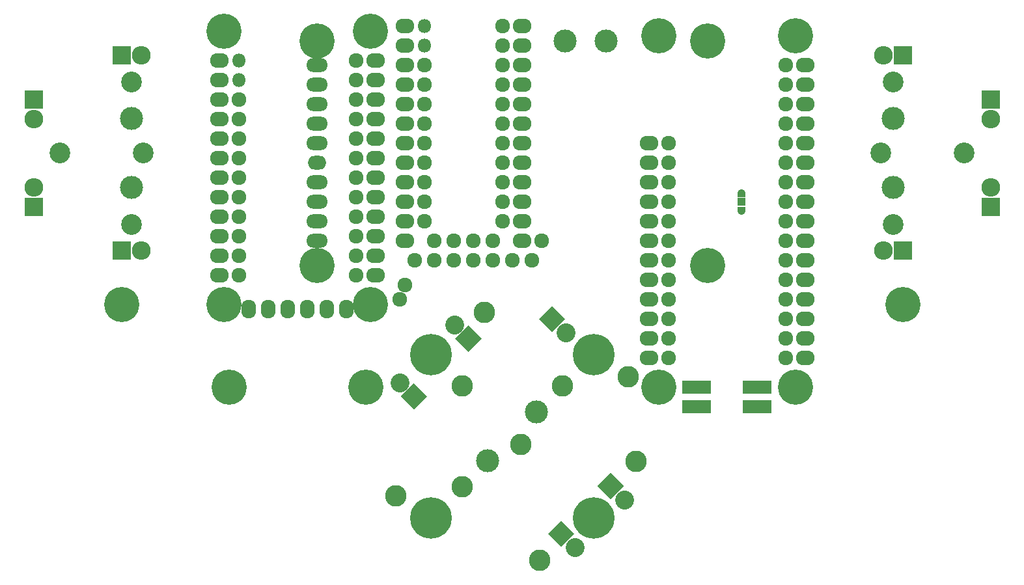
<source format=gts>
%TF.GenerationSoftware,KiCad,Pcbnew,4.1.0-alpha+201609021633+7109~49~ubuntu16.04.1-product*%
%TF.CreationDate,2016-09-14T14:42:10+05:30*%
%TF.ProjectId,OTS2_main,4F5453325F6D61696E2E6B696361645F,rev?*%
%TF.FileFunction,Soldermask,Top*%
%FSLAX46Y46*%
G04 Gerber Fmt 4.6, Leading zero omitted, Abs format (unit mm)*
G04 Created by KiCad (PCBNEW 4.1.0-alpha+201609021633+7109~49~ubuntu16.04.1-product) date Wed Sep 14 14:42:10 2016*
%MOMM*%
%LPD*%
G01*
G04 APERTURE LIST*
%ADD10C,0.101600*%
%ADD11C,2.800000*%
%ADD12C,5.400000*%
%ADD13C,3.000000*%
%ADD14R,3.702000X1.670000*%
%ADD15O,2.813000X1.797000*%
%ADD16O,2.432000X1.797000*%
%ADD17C,4.572000*%
%ADD18O,2.432000X1.924000*%
%ADD19C,1.924000*%
%ADD20O,1.924000X2.432000*%
%ADD21O,1.924000X1.924000*%
%ADD22O,1.797000X1.797000*%
%ADD23C,2.700000*%
%ADD24C,1.052400*%
%ADD25R,1.052400X0.552400*%
%ADD26R,1.052400X1.052400*%
%ADD27C,2.432000*%
%ADD28R,2.432000X2.432000*%
%ADD29O,2.432000X2.432000*%
G04 APERTURE END LIST*
D10*
D11*
X93185158Y-78580158D03*
D12*
X81468398Y-66863398D03*
D11*
X85527191Y-84017809D03*
D12*
X102681602Y-88076602D03*
D11*
X98622809Y-70922191D03*
D12*
X81468398Y-88076602D03*
X102681602Y-66863398D03*
D13*
X88893019Y-80651981D03*
X95256981Y-74288019D03*
D11*
X76971199Y-85219890D03*
X85527191Y-70922191D03*
X88468755Y-61319681D03*
X95681245Y-93620319D03*
X108154608Y-80722691D03*
X107178801Y-69720110D03*
D14*
X123952000Y-73660000D03*
X123952000Y-71120000D03*
X116078000Y-71120000D03*
X116078000Y-73660000D03*
D15*
X66675000Y-29210000D03*
X66675000Y-31750000D03*
X66675000Y-34290000D03*
X66675000Y-36830000D03*
X66675000Y-39370000D03*
D16*
X66675000Y-41910000D03*
D15*
X66675000Y-44450000D03*
X66675000Y-46990000D03*
X66675000Y-49530000D03*
X66675000Y-52070000D03*
D17*
X66675000Y-55245000D03*
X117475000Y-55245000D03*
X117475000Y-26035000D03*
X66675000Y-26035000D03*
D18*
X109855000Y-67310000D03*
X109855000Y-64770000D03*
X109855000Y-62230000D03*
X109855000Y-59690000D03*
X109855000Y-57150000D03*
X109855000Y-54610000D03*
X109855000Y-52070000D03*
X109855000Y-49530000D03*
X109855000Y-46990000D03*
X109855000Y-44450000D03*
X109855000Y-41910000D03*
X109855000Y-39370000D03*
X130175000Y-29210000D03*
X130175000Y-31750000D03*
X130175000Y-34290000D03*
X130175000Y-36830000D03*
X130175000Y-39370000D03*
X130175000Y-41910000D03*
X130175000Y-44450000D03*
X130175000Y-46990000D03*
X130175000Y-49530000D03*
X130175000Y-52070000D03*
X130175000Y-54610000D03*
X130175000Y-57150000D03*
X130175000Y-59690000D03*
X130175000Y-62230000D03*
X130175000Y-64770000D03*
X130175000Y-67310000D03*
D17*
X111125000Y-25400000D03*
X128905000Y-25400000D03*
D19*
X112395000Y-67310000D03*
X112395000Y-64770000D03*
X112395000Y-62230000D03*
X112395000Y-59690000D03*
X112395000Y-57150000D03*
X112395000Y-54610000D03*
X112395000Y-52070000D03*
X112395000Y-49530000D03*
X112395000Y-46990000D03*
X112395000Y-44450000D03*
X112395000Y-41910000D03*
X112395000Y-39370000D03*
X127635000Y-29210000D03*
X127635000Y-31750000D03*
X127635000Y-34290000D03*
X127635000Y-36830000D03*
X127635000Y-39370000D03*
X127635000Y-41910000D03*
X127635000Y-44450000D03*
X127635000Y-46990000D03*
X127635000Y-49530000D03*
X127635000Y-52070000D03*
X127635000Y-54610000D03*
X127635000Y-57150000D03*
X127635000Y-59690000D03*
X127635000Y-62230000D03*
X127635000Y-64770000D03*
X127635000Y-67310000D03*
D17*
X111125000Y-71120000D03*
X128905000Y-71120000D03*
D18*
X74295000Y-28575000D03*
X74295000Y-31115000D03*
X74295000Y-33655000D03*
X74295000Y-36195000D03*
X74295000Y-38735000D03*
X74295000Y-41275000D03*
X74295000Y-43815000D03*
X74295000Y-46355000D03*
X74295000Y-48895000D03*
X74295000Y-51435000D03*
X74295000Y-53975000D03*
X74295000Y-56515000D03*
D20*
X70485000Y-60960000D03*
X67945000Y-60960000D03*
X65405000Y-60960000D03*
X62865000Y-60960000D03*
X60325000Y-60960000D03*
X57785000Y-60960000D03*
D18*
X53975000Y-56515000D03*
X53975000Y-53975000D03*
X53975000Y-51435000D03*
X53975000Y-48895000D03*
X53975000Y-46355000D03*
X53975000Y-43815000D03*
X53975000Y-41275000D03*
X53975000Y-38735000D03*
X53975000Y-36195000D03*
X53975000Y-33655000D03*
X53975000Y-31115000D03*
X53975000Y-28575000D03*
D17*
X73660000Y-60325000D03*
X54610000Y-60325000D03*
X54610000Y-24765000D03*
X73660000Y-24765000D03*
D21*
X71755000Y-28575000D03*
X71755000Y-31115000D03*
X71755000Y-33655000D03*
X71755000Y-36195000D03*
X71755000Y-38735000D03*
X71755000Y-41275000D03*
X71755000Y-43815000D03*
X71755000Y-46355000D03*
X71755000Y-48895000D03*
X71755000Y-51435000D03*
X71755000Y-53975000D03*
X71755000Y-56515000D03*
X56515000Y-56515000D03*
X56515000Y-53975000D03*
X56515000Y-51435000D03*
X56515000Y-48895000D03*
X56515000Y-46355000D03*
X56515000Y-43815000D03*
X56515000Y-41275000D03*
X56515000Y-38735000D03*
X56515000Y-36195000D03*
X56515000Y-33655000D03*
D22*
X56515000Y-31115000D03*
X56515000Y-28575000D03*
D17*
X73025000Y-71120000D03*
X55245000Y-71120000D03*
X142875000Y-60325000D03*
X41275000Y-60325000D03*
D23*
X44115000Y-40640000D03*
D13*
X42545000Y-36140000D03*
D23*
X42545000Y-31380000D03*
D13*
X42545000Y-45140000D03*
D23*
X42545000Y-49900000D03*
X33285000Y-40640000D03*
X140035000Y-40640000D03*
D13*
X141605000Y-45140000D03*
D23*
X141605000Y-49900000D03*
D13*
X141605000Y-36140000D03*
D23*
X141605000Y-31380000D03*
X150865000Y-40640000D03*
D18*
X93345000Y-24130000D03*
X93345000Y-26670000D03*
X93345000Y-29210000D03*
X93345000Y-31750000D03*
X93345000Y-34290000D03*
X93345000Y-36830000D03*
X93345000Y-39370000D03*
X93345000Y-41910000D03*
X93345000Y-44450000D03*
X93345000Y-46990000D03*
X93345000Y-49530000D03*
X93345000Y-52070000D03*
D21*
X92075000Y-54610000D03*
X89535000Y-54610000D03*
X86995000Y-54610000D03*
X84455000Y-54610000D03*
X81915000Y-54610000D03*
X79375000Y-54610000D03*
D18*
X78105000Y-52069999D03*
X78105000Y-49530000D03*
X78105000Y-46990000D03*
X78105000Y-44450000D03*
X78105000Y-41910000D03*
X78105000Y-39370000D03*
X78105000Y-36830000D03*
X78105000Y-34290000D03*
X78105000Y-31750000D03*
X78105000Y-29210000D03*
X78105000Y-26670000D03*
X78105000Y-24130000D03*
D21*
X90805000Y-24130000D03*
X90805000Y-26670000D03*
X90805000Y-29210000D03*
X90805000Y-31750000D03*
X90805000Y-34290000D03*
X90805000Y-36830000D03*
X90805000Y-39370000D03*
X90805000Y-41910000D03*
X90805000Y-44450000D03*
X90805000Y-46990000D03*
X90805000Y-49530000D03*
X95885000Y-52070000D03*
X94615000Y-54610000D03*
X89535000Y-52070000D03*
X86995000Y-52070000D03*
X84455000Y-52070000D03*
X81915000Y-52070000D03*
X80645000Y-49530000D03*
X78105000Y-57785000D03*
X77470000Y-59690000D03*
X80645000Y-46990000D03*
X80645000Y-44450000D03*
X80645000Y-41910000D03*
X80645000Y-39370000D03*
X80645000Y-36830000D03*
X80645000Y-34290000D03*
X80645000Y-31750000D03*
X80645000Y-29210000D03*
D22*
X80645000Y-26670000D03*
X80645000Y-24130000D03*
D13*
X98950000Y-26035000D03*
X104250000Y-26035000D03*
D24*
X121920000Y-45840000D03*
D25*
X121920000Y-47890000D03*
X121920000Y-46090000D03*
D24*
X121920000Y-48140000D03*
D26*
X121920000Y-46990000D03*
D10*
G36*
X104883949Y-85648633D02*
X103164265Y-83928949D01*
X104883949Y-82209265D01*
X106603633Y-83928949D01*
X104883949Y-85648633D01*
X104883949Y-85648633D01*
G37*
D27*
X106680000Y-85725000D02*
X106680000Y-85725000D01*
D10*
G36*
X98425000Y-91889684D02*
X96705316Y-90170000D01*
X98425000Y-88450316D01*
X100144684Y-90170000D01*
X98425000Y-91889684D01*
X98425000Y-91889684D01*
G37*
D27*
X100221051Y-91966051D02*
X100221051Y-91966051D01*
D10*
G36*
X86360000Y-63050316D02*
X88079684Y-64770000D01*
X86360000Y-66489684D01*
X84640316Y-64770000D01*
X86360000Y-63050316D01*
X86360000Y-63050316D01*
G37*
D27*
X84563949Y-62973949D02*
X84563949Y-62973949D01*
D10*
G36*
X79266040Y-70561378D02*
X80985724Y-72281062D01*
X79266040Y-74000746D01*
X77546356Y-72281062D01*
X79266040Y-70561378D01*
X79266040Y-70561378D01*
G37*
D27*
X77469989Y-70485011D02*
X77469989Y-70485011D01*
D28*
X29845000Y-47625000D03*
D29*
X29845000Y-45085000D03*
D28*
X41275000Y-27940000D03*
D29*
X43815000Y-27940000D03*
D28*
X41275000Y-53340000D03*
D29*
X43815000Y-53340000D03*
D28*
X29845000Y-33655000D03*
D29*
X29845000Y-36195000D03*
D28*
X154305000Y-33655000D03*
D29*
X154305000Y-36195000D03*
D28*
X142875000Y-27940000D03*
D29*
X140335000Y-27940000D03*
D28*
X154305000Y-47625000D03*
D29*
X154305000Y-45085000D03*
D28*
X142875000Y-53340000D03*
D29*
X140335000Y-53340000D03*
D10*
G36*
X97263949Y-63949684D02*
X95544265Y-62230000D01*
X97263949Y-60510316D01*
X98983633Y-62230000D01*
X97263949Y-63949684D01*
X97263949Y-63949684D01*
G37*
D27*
X99060000Y-64026051D02*
X99060000Y-64026051D01*
M02*

</source>
